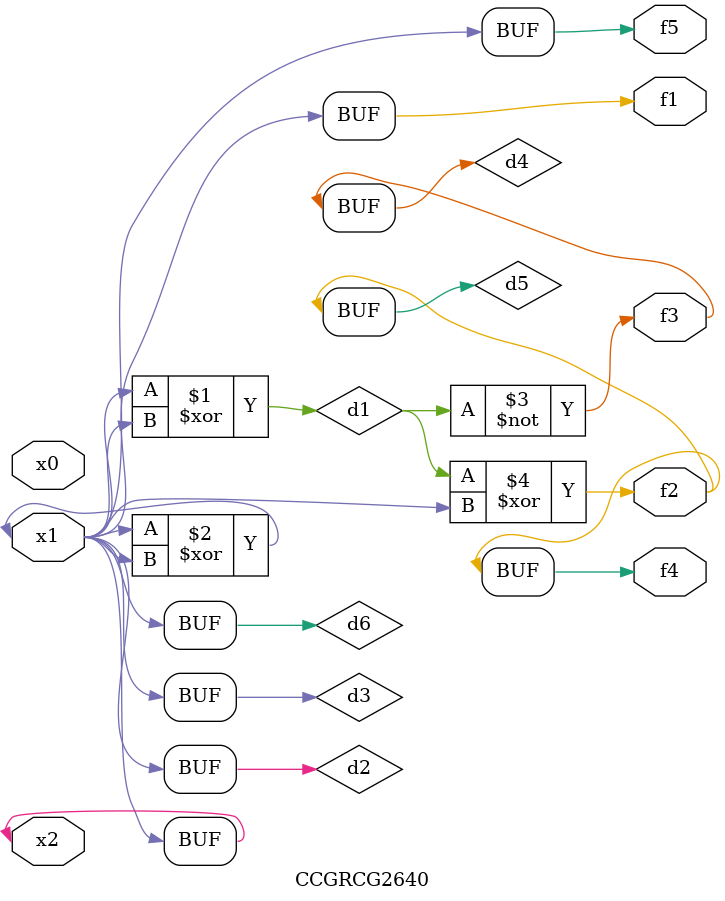
<source format=v>
module CCGRCG2640(
	input x0, x1, x2,
	output f1, f2, f3, f4, f5
);

	wire d1, d2, d3, d4, d5, d6;

	xor (d1, x1, x2);
	buf (d2, x1, x2);
	xor (d3, x1, x2);
	nor (d4, d1);
	xor (d5, d1, d2);
	buf (d6, d2, d3);
	assign f1 = d6;
	assign f2 = d5;
	assign f3 = d4;
	assign f4 = d5;
	assign f5 = d6;
endmodule

</source>
